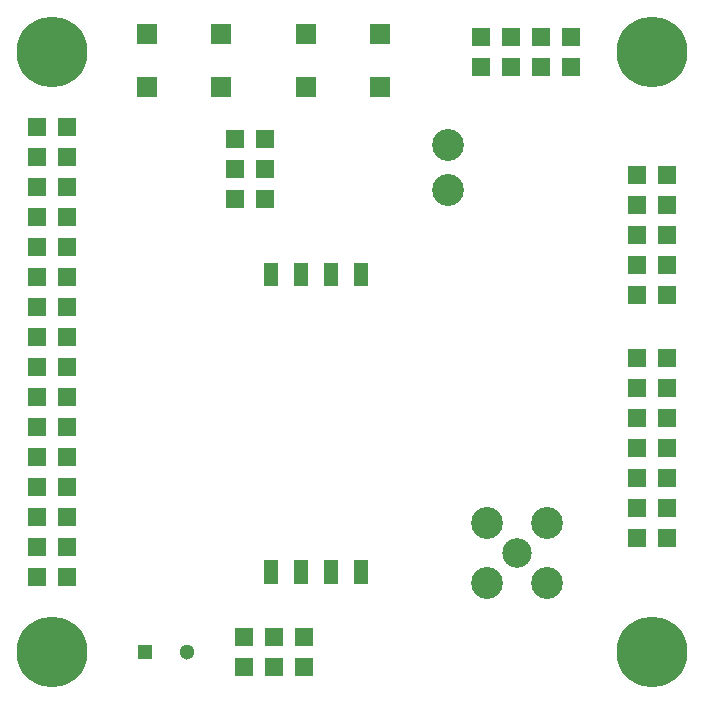
<source format=gbr>
G04 #@! TF.FileFunction,Soldermask,Top*
%FSLAX46Y46*%
G04 Gerber Fmt 4.6, Leading zero omitted, Abs format (unit mm)*
G04 Created by KiCad (PCBNEW 4.0.1-3.201512221401+6198~38~ubuntu15.10.1-stable) date Út 19. leden 2016, 20:27:27 CET*
%MOMM*%
G01*
G04 APERTURE LIST*
%ADD10C,0.300000*%
%ADD11C,2.700000*%
%ADD12R,1.524000X1.524000*%
%ADD13C,2.500000*%
%ADD14C,6.000000*%
%ADD15R,1.676400X1.676400*%
%ADD16C,1.300000*%
%ADD17R,1.300000X1.300000*%
G04 APERTURE END LIST*
D10*
D11*
X38608000Y44196000D03*
X38608000Y48006000D03*
D12*
X6350000Y36830000D03*
X3810000Y36830000D03*
X6350000Y39370000D03*
X3810000Y39370000D03*
X6350000Y13970000D03*
X3810000Y13970000D03*
X6350000Y16510000D03*
X3810000Y16510000D03*
X6350000Y19050000D03*
X3810000Y19050000D03*
X6350000Y21590000D03*
X3810000Y21590000D03*
X6350000Y24130000D03*
X3810000Y24130000D03*
X6350000Y26670000D03*
X3810000Y26670000D03*
X6350000Y29210000D03*
X3810000Y29210000D03*
X6350000Y31750000D03*
X3810000Y31750000D03*
X6350000Y34290000D03*
X3810000Y34290000D03*
X23114000Y48514000D03*
X20574000Y48514000D03*
D13*
X44450000Y13462000D03*
D11*
X46990000Y10922000D03*
X41910000Y10922000D03*
X41910000Y16002000D03*
X46990000Y16002000D03*
D12*
X6350000Y11430000D03*
X3810000Y11430000D03*
X6350000Y41910000D03*
X3810000Y41910000D03*
X6350000Y44450000D03*
X3810000Y44450000D03*
X6350000Y46990000D03*
X3810000Y46990000D03*
X6350000Y49530000D03*
X3810000Y49530000D03*
X57150000Y24892000D03*
X54610000Y24892000D03*
X57150000Y27432000D03*
X54610000Y27432000D03*
X57150000Y29972000D03*
X54610000Y29972000D03*
X49022000Y57150000D03*
X49022000Y54610000D03*
X46482000Y57150000D03*
X46482000Y54610000D03*
X43942000Y57150000D03*
X43942000Y54610000D03*
X41402000Y57150000D03*
X41402000Y54610000D03*
X57150000Y14732000D03*
X54610000Y14732000D03*
X57150000Y17272000D03*
X54610000Y17272000D03*
X57150000Y19812000D03*
X54610000Y19812000D03*
X57150000Y22352000D03*
X54610000Y22352000D03*
X57150000Y40386000D03*
X54610000Y40386000D03*
X57150000Y37846000D03*
X54610000Y37846000D03*
X57150000Y42926000D03*
X54610000Y42926000D03*
X57150000Y45466000D03*
X54610000Y45466000D03*
X57150000Y35306000D03*
X54610000Y35306000D03*
D10*
G36*
X31854700Y10834800D02*
X30654700Y10834800D01*
X30654700Y12834800D01*
X31854700Y12834800D01*
X31854700Y10834800D01*
X31854700Y10834800D01*
G37*
G36*
X26774700Y10834800D02*
X25574700Y10834800D01*
X25574700Y12834800D01*
X26774700Y12834800D01*
X26774700Y10834800D01*
X26774700Y10834800D01*
G37*
G36*
X29314700Y10834800D02*
X28114700Y10834800D01*
X28114700Y12834800D01*
X29314700Y12834800D01*
X29314700Y10834800D01*
X29314700Y10834800D01*
G37*
G36*
X24234700Y10834800D02*
X23034700Y10834800D01*
X23034700Y12834800D01*
X24234700Y12834800D01*
X24234700Y10834800D01*
X24234700Y10834800D01*
G37*
G36*
X31854700Y36034800D02*
X30654700Y36034800D01*
X30654700Y38034800D01*
X31854700Y38034800D01*
X31854700Y36034800D01*
X31854700Y36034800D01*
G37*
G36*
X29314700Y36034800D02*
X28114700Y36034800D01*
X28114700Y38034800D01*
X29314700Y38034800D01*
X29314700Y36034800D01*
X29314700Y36034800D01*
G37*
G36*
X26774700Y36034800D02*
X25574700Y36034800D01*
X25574700Y38034800D01*
X26774700Y38034800D01*
X26774700Y36034800D01*
X26774700Y36034800D01*
G37*
G36*
X24234700Y36034800D02*
X23034700Y36034800D01*
X23034700Y38034800D01*
X24234700Y38034800D01*
X24234700Y36034800D01*
X24234700Y36034800D01*
G37*
D12*
X23114000Y43434000D03*
X20574000Y43434000D03*
X23114000Y45974000D03*
X20574000Y45974000D03*
X21336000Y3810000D03*
X21336000Y6350000D03*
X23876000Y3810000D03*
X23876000Y6350000D03*
X26416000Y3810000D03*
X26416000Y6350000D03*
D14*
X5080000Y55880000D03*
X55880000Y5080000D03*
X55880000Y55880000D03*
X5080000Y5080000D03*
D15*
X32868000Y57368000D03*
X32868000Y52868000D03*
X26568000Y57368000D03*
X26568000Y52868000D03*
X19406000Y57368000D03*
X19406000Y52868000D03*
X13106000Y57368000D03*
X13106000Y52868000D03*
D16*
X16454000Y5080000D03*
D17*
X12954000Y5080000D03*
M02*

</source>
